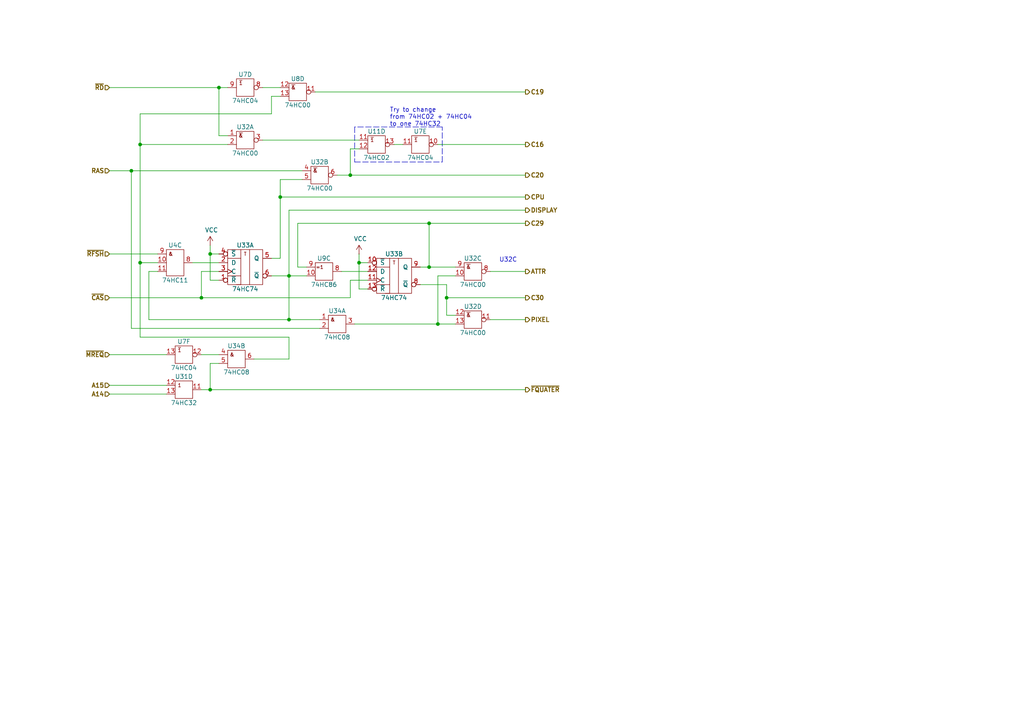
<source format=kicad_sch>
(kicad_sch (version 20231120) (generator "eeschema") (generator_version "8.0")
  (paper "A4")
  (lib_symbols
    (symbol "74IEC:74HC00" (pin_names (offset 1.016) hide)
      (property "Reference" "U" (at 0 3.81 0))
      (property "Value" "74HC00" (at 0 -3.81 0))
      (symbol "74HC00_0_0"
        (rectangle (start -2.54 -2.54) (end 2.54 2.54))
        (text "~{&}" (at -1.27 1.27 0) (effects (font (size 1 1))))
      )
      (symbol "74HC00_0_1"
        (pin power_in line (at 2.54 2.54 180) (length 0) hide (name "VCC") (number "14"))
        (pin power_in line (at 2.54 -2.54 180) (length 0) hide (name "GND") (number "7"))
      )
      (symbol "74HC00_1_1"
        (pin input line (at -5.08 1.27 0) (length 2.54) (name "A") (number "1"))
        (pin input line (at -5.08 -1.27 0) (length 2.54) (name "B") (number "2"))
        (pin output inverted (at 5.08 0 180) (length 2.54) (name "~{Y}") (number "3"))
      )
      (symbol "74HC00_2_1"
        (pin input line (at -5.08 1.27 0) (length 2.54) (name "A") (number "4"))
        (pin input line (at -5.08 -1.27 0) (length 2.54) (name "B") (number "5"))
        (pin output inverted (at 5.08 0 180) (length 2.54) (name "~{Y}") (number "6"))
      )
      (symbol "74HC00_3_1"
        (pin input line (at -5.08 -1.27 0) (length 2.54) (name "B") (number "10"))
        (pin output inverted (at 5.08 0 180) (length 2.54) (name "~{Y}") (number "8"))
        (pin input line (at -5.08 1.27 0) (length 2.54) (name "A") (number "9"))
      )
      (symbol "74HC00_4_1"
        (pin output inverted (at 5.08 0 180) (length 2.54) (name "~{Y}") (number "11"))
        (pin input line (at -5.08 1.27 0) (length 2.54) (name "A") (number "12"))
        (pin input line (at -5.08 -1.27 0) (length 2.54) (name "B") (number "13"))
      )
    )
    (symbol "74IEC:74HC02" (pin_names (offset 1.016) hide)
      (property "Reference" "U" (at 0 3.81 0))
      (property "Value" "74HC02" (at 0 -3.81 0))
      (symbol "74HC02_0_0"
        (rectangle (start -2.54 -2.54) (end 2.54 2.54))
        (text "~{1}" (at -1.27 1.27 0) (effects (font (size 1 1))))
      )
      (symbol "74HC02_0_1"
        (pin power_in line (at 2.54 2.54 180) (length 0) hide (name "VCC") (number "14"))
        (pin power_in line (at 2.54 -2.54 180) (length 0) hide (name "GND") (number "7"))
      )
      (symbol "74HC02_1_1"
        (pin output inverted (at 5.08 0 180) (length 2.54) (name "~{Y}") (number "1"))
        (pin input line (at -5.08 1.27 0) (length 2.54) (name "A") (number "2"))
        (pin input line (at -5.08 -1.27 0) (length 2.54) (name "B") (number "3"))
      )
      (symbol "74HC02_2_1"
        (pin output inverted (at 5.08 0 180) (length 2.54) (name "~{Y}") (number "4"))
        (pin input line (at -5.08 1.27 0) (length 2.54) (name "A") (number "5"))
        (pin input line (at -5.08 -1.27 0) (length 2.54) (name "B") (number "6"))
      )
      (symbol "74HC02_3_1"
        (pin output inverted (at 5.08 0 180) (length 2.54) (name "~{Y}") (number "10"))
        (pin input line (at -5.08 1.27 0) (length 2.54) (name "A") (number "8"))
        (pin input line (at -5.08 -1.27 0) (length 2.54) (name "B") (number "9"))
      )
      (symbol "74HC02_4_1"
        (pin input line (at -5.08 1.27 0) (length 2.54) (name "A") (number "11"))
        (pin input line (at -5.08 -1.27 0) (length 2.54) (name "B") (number "12"))
        (pin output inverted (at 5.08 0 180) (length 2.54) (name "~{Y}") (number "13"))
      )
    )
    (symbol "74IEC:74HC04" (pin_names (offset 1.016) hide)
      (property "Reference" "U" (at 0 5.334 0))
      (property "Value" "74HC04" (at 0 -4.826 0))
      (symbol "74HC04_0_0"
        (rectangle (start -2.54 -2.54) (end 2.54 2.54))
        (text "~{1}" (at -1.27 1.27 0) (effects (font (size 1 1))))
      )
      (symbol "74HC04_0_1"
        (pin power_in line (at 2.54 2.54 180) (length 0) hide (name "VCC") (number "14"))
        (pin power_in line (at 2.54 -2.54 180) (length 0) hide (name "GND") (number "7"))
      )
      (symbol "74HC04_1_1"
        (pin input line (at -5.08 0 0) (length 2.54) (name "A") (number "1"))
        (pin output inverted (at 5.08 0 180) (length 2.54) (name "~{Y}") (number "2"))
      )
      (symbol "74HC04_2_1"
        (pin input line (at -5.08 0 0) (length 2.54) (name "A") (number "3"))
        (pin output inverted (at 5.08 0 180) (length 2.54) (name "~{Y}") (number "4"))
      )
      (symbol "74HC04_3_1"
        (pin input line (at -5.08 0 0) (length 2.54) (name "A") (number "5"))
        (pin output inverted (at 5.08 0 180) (length 2.54) (name "~{Y}") (number "6"))
      )
      (symbol "74HC04_4_1"
        (pin output inverted (at 5.08 0 180) (length 2.54) (name "~{Y}") (number "8"))
        (pin input line (at -5.08 0 0) (length 2.54) (name "A") (number "9"))
      )
      (symbol "74HC04_5_1"
        (pin output inverted (at 5.08 0 180) (length 2.54) (name "~{Y}") (number "10"))
        (pin input line (at -5.08 0 0) (length 2.54) (name "A") (number "11"))
      )
      (symbol "74HC04_6_1"
        (pin output inverted (at 5.08 0 180) (length 2.54) (name "~{Y}") (number "12"))
        (pin input line (at -5.08 0 0) (length 2.54) (name "A") (number "13"))
      )
    )
    (symbol "74IEC:74HC08" (pin_names (offset 1.016) hide)
      (property "Reference" "U" (at 0 3.81 0))
      (property "Value" "74HC08" (at 0 -3.81 0))
      (symbol "74HC08_0_0"
        (text "&" (at -1.27 1.27 0) (effects (font (size 1 1))))
      )
      (symbol "74HC08_0_1"
        (rectangle (start -2.54 -2.54) (end 2.54 2.54))
        (pin power_in line (at 2.54 2.54 180) (length 0) hide (name "VCC") (number "14"))
        (pin power_in line (at 2.54 -2.54 180) (length 0) hide (name "GND") (number "7"))
      )
      (symbol "74HC08_1_1"
        (pin input line (at -5.08 1.27 0) (length 2.54) (name "A") (number "1"))
        (pin input line (at -5.08 -1.27 0) (length 2.54) (name "B") (number "2"))
        (pin output line (at 5.08 0 180) (length 2.54) (name "~{Y}") (number "3"))
      )
      (symbol "74HC08_2_1"
        (pin input line (at -5.08 1.27 0) (length 2.54) (name "A") (number "4"))
        (pin input line (at -5.08 -1.27 0) (length 2.54) (name "B") (number "5"))
        (pin output line (at 5.08 0 180) (length 2.54) (name "~{Y}") (number "6"))
      )
      (symbol "74HC08_3_1"
        (pin input line (at -5.08 -1.27 0) (length 2.54) (name "B") (number "10"))
        (pin output line (at 5.08 0 180) (length 2.54) (name "~{Y}") (number "8"))
        (pin input line (at -5.08 1.27 0) (length 2.54) (name "A") (number "9"))
      )
      (symbol "74HC08_4_1"
        (pin output line (at 5.08 0 180) (length 2.54) (name "~{Y}") (number "11"))
        (pin input line (at -5.08 1.27 0) (length 2.54) (name "A") (number "12"))
        (pin input line (at -5.08 -1.27 0) (length 2.54) (name "B") (number "13"))
      )
    )
    (symbol "74IEC:74HC11" (pin_names (offset 1.016) hide)
      (property "Reference" "U" (at 0 5.08 0))
      (property "Value" "74HC11" (at 0 -5.08 0))
      (symbol "74HC11_0_0"
        (rectangle (start -2.54 -3.81) (end 2.54 3.81))
        (text "&" (at -1.27 2.54 0) (effects (font (size 1 1))))
      )
      (symbol "74HC11_0_1"
        (pin power_in line (at 2.54 3.81 180) (length 0) hide (name "VCC") (number "14"))
        (pin power_in line (at 2.54 -3.81 180) (length 0) hide (name "GND") (number "7"))
      )
      (symbol "74HC11_1_1"
        (pin input line (at -5.08 2.54 0) (length 2.54) (name "A") (number "1"))
        (pin output line (at 5.08 0 180) (length 2.54) (name "Y") (number "12"))
        (pin input line (at -5.08 -2.54 0) (length 2.54) (name "C") (number "13"))
        (pin input line (at -5.08 0 0) (length 2.54) (name "B") (number "2"))
      )
      (symbol "74HC11_2_1"
        (pin input line (at -5.08 2.54 0) (length 2.54) (name "A") (number "3"))
        (pin input line (at -5.08 0 0) (length 2.54) (name "B") (number "4"))
        (pin input line (at -5.08 -2.54 0) (length 2.54) (name "C") (number "5"))
        (pin output line (at 5.08 0 180) (length 2.54) (name "Y") (number "6"))
      )
      (symbol "74HC11_3_1"
        (pin input line (at -5.08 0 0) (length 2.54) (name "B") (number "10"))
        (pin input line (at -5.08 -2.54 0) (length 2.54) (name "C") (number "11"))
        (pin output line (at 5.08 0 180) (length 2.54) (name "Y") (number "8"))
        (pin input line (at -5.08 2.54 0) (length 2.54) (name "A") (number "9"))
      )
    )
    (symbol "74IEC:74HC32" (pin_names (offset 1.016) hide)
      (property "Reference" "U" (at 0 3.81 0))
      (property "Value" "74HC32" (at 0 -3.81 0))
      (symbol "74HC32_0_0"
        (text "1" (at -1.27 1.27 0) (effects (font (size 1 1))))
      )
      (symbol "74HC32_0_1"
        (rectangle (start -2.54 -2.54) (end 2.54 2.54))
        (pin power_in line (at 2.54 2.54 180) (length 0) hide (name "VCC") (number "14"))
        (pin power_in line (at 2.54 -2.54 180) (length 0) hide (name "GND") (number "7"))
      )
      (symbol "74HC32_1_1"
        (pin input line (at -5.08 1.27 0) (length 2.54) (name "A") (number "1"))
        (pin input line (at -5.08 -1.27 0) (length 2.54) (name "B") (number "2"))
        (pin output line (at 5.08 0 180) (length 2.54) (name "Y") (number "3"))
      )
      (symbol "74HC32_2_1"
        (pin input line (at -5.08 1.27 0) (length 2.54) (name "A") (number "4"))
        (pin input line (at -5.08 -1.27 0) (length 2.54) (name "B") (number "5"))
        (pin output line (at 5.08 0 180) (length 2.54) (name "Y") (number "6"))
      )
      (symbol "74HC32_3_1"
        (pin input line (at -5.08 -1.27 0) (length 2.54) (name "B") (number "10"))
        (pin output line (at 5.08 0 180) (length 2.54) (name "Y") (number "8"))
        (pin input line (at -5.08 1.27 0) (length 2.54) (name "A") (number "9"))
      )
      (symbol "74HC32_4_1"
        (pin output line (at 5.08 0 180) (length 2.54) (name "Y") (number "11"))
        (pin input line (at -5.08 1.27 0) (length 2.54) (name "A") (number "12"))
        (pin input line (at -5.08 -1.27 0) (length 2.54) (name "B") (number "13"))
      )
    )
    (symbol "74IEC:74HC74" (pin_names (offset 1.016))
      (property "Reference" "U" (at 0 6.35 0))
      (property "Value" "74HC74" (at 0 -6.35 0))
      (symbol "74HC74_0_0"
        (rectangle (start -5.08 5.08) (end 5.08 -5.08))
        (polyline (pts (xy -5.08 -2.54) (xy -1.27 -2.54)))
        (polyline (pts (xy -5.08 2.54) (xy -1.27 2.54)))
        (polyline (pts (xy 1.27 5.08) (xy 1.27 -5.08)))
        (polyline (pts (xy -2.54 -5.08) (xy -1.27 -5.08) (xy -1.27 5.08)))
        (text "T" (at 0 3.81 0) (effects (font (size 1 1))))
      )
      (symbol "74HC74_0_1"
        (pin power_in line (at 5.08 5.08 180) (length 0) hide (name "VCC") (number "14"))
        (pin power_in line (at 5.08 -5.08 180) (length 0) hide (name "GND") (number "7"))
      )
      (symbol "74HC74_1_1"
        (pin input inverted (at -7.62 -3.81 0) (length 2.54) (name "~{R}") (number "1"))
        (pin input line (at -7.62 1.27 0) (length 2.54) (name "D") (number "2"))
        (pin input clock (at -7.62 -1.27 0) (length 2.54) (name "C") (number "3"))
        (pin input inverted (at -7.62 3.81 0) (length 2.54) (name "~{S}") (number "4"))
        (pin output line (at 7.62 2.54 180) (length 2.54) (name "Q") (number "5"))
        (pin output inverted (at 7.62 -2.54 180) (length 2.54) (name "~{Q}") (number "6"))
      )
      (symbol "74HC74_2_1"
        (pin input inverted (at -7.62 3.81 0) (length 2.54) (name "~{S}") (number "10"))
        (pin input clock (at -7.62 -1.27 0) (length 2.54) (name "C") (number "11"))
        (pin input line (at -7.62 1.27 0) (length 2.54) (name "D") (number "12"))
        (pin input inverted (at -7.62 -3.81 0) (length 2.54) (name "~{R}") (number "13"))
        (pin output inverted (at 7.62 -2.54 180) (length 2.54) (name "~{Q}") (number "8"))
        (pin output line (at 7.62 2.54 180) (length 2.54) (name "Q") (number "9"))
      )
    )
    (symbol "74IEC:74HC86" (pin_names (offset 1.016) hide)
      (property "Reference" "U" (at 0 3.81 0))
      (property "Value" "74HC86" (at 0 -3.81 0))
      (symbol "74HC86_0_0"
        (text "=1" (at -1.27 1.27 0) (effects (font (size 1 1))))
      )
      (symbol "74HC86_0_1"
        (rectangle (start -2.54 -2.54) (end 2.54 2.54))
        (pin power_in line (at 2.54 2.54 180) (length 0) hide (name "VCC") (number "14"))
        (pin power_in line (at 2.54 -2.54 180) (length 0) hide (name "GND") (number "7"))
      )
      (symbol "74HC86_1_1"
        (pin input line (at -5.08 1.27 0) (length 2.54) (name "A") (number "1"))
        (pin input line (at -5.08 -1.27 0) (length 2.54) (name "B") (number "2"))
        (pin output line (at 5.08 0 180) (length 2.54) (name "Y") (number "3"))
      )
      (symbol "74HC86_2_1"
        (pin input line (at -5.08 1.27 0) (length 2.54) (name "A") (number "4"))
        (pin input line (at -5.08 -1.27 0) (length 2.54) (name "B") (number "5"))
        (pin output line (at 5.08 0 180) (length 2.54) (name "Y") (number "6"))
      )
      (symbol "74HC86_3_1"
        (pin input line (at -5.08 -1.27 0) (length 2.54) (name "B") (number "10"))
        (pin output line (at 5.08 0 180) (length 2.54) (name "Y") (number "8"))
        (pin input line (at -5.08 1.27 0) (length 2.54) (name "A") (number "9"))
      )
      (symbol "74HC86_4_1"
        (pin output line (at 5.08 0 180) (length 2.54) (name "Y") (number "11"))
        (pin input line (at -5.08 1.27 0) (length 2.54) (name "A") (number "12"))
        (pin input line (at -5.08 -1.27 0) (length 2.54) (name "B") (number "13"))
      )
    )
    (symbol "power:VCC" (power) (pin_numbers hide) (pin_names (offset 0) hide)
      (property "Value" "VCC" (at 0 3.556 0))
      (symbol "VCC_0_1"
        (polyline (pts (xy -0.762 1.27) (xy 0 2.54)))
        (polyline (pts (xy 0 0) (xy 0 2.54)))
        (polyline (pts (xy 0 2.54) (xy 0.762 1.27)))
      )
      (symbol "VCC_1_1"
        (pin power_in line (at 0 0 90) (length 0) (name "~") (number "1"))
      )
    )
  )
  (junction (at 81.28 57.15))
  (junction (at 83.82 92.71))
  (junction (at 60.96 113.03))
  (junction (at 124.46 64.77))
  (junction (at 127 93.98))
  (junction (at 63.5 25.4))
  (junction (at 38.1 49.53))
  (junction (at 83.82 80.01))
  (junction (at 104.14 76.2))
  (junction (at 40.64 41.91))
  (junction (at 40.64 76.2))
  (junction (at 58.42 86.36))
  (junction (at 60.96 73.66))
  (junction (at 124.46 77.47))
  (junction (at 101.6 50.8))
  (junction (at 129.54 86.36))
  (wire (pts (xy 58.42 86.36) (xy 101.6 86.36)))
  (wire (pts (xy 91.44 26.67) (xy 152.4 26.67)))
  (wire (pts (xy 114.3 41.91) (xy 116.84 41.91)))
  (wire (pts (xy 60.96 73.66) (xy 63.5 73.66)))
  (wire (pts (xy 121.92 77.47) (xy 124.46 77.47)))
  (wire (pts (xy 127 80.01) (xy 127 93.98)))
  (wire (pts (xy 92.71 95.25) (xy 38.1 95.25)))
  (wire (pts (xy 101.6 81.28) (xy 101.6 86.36)))
  (wire (pts (xy 104.14 73.66) (xy 104.14 76.2)))
  (wire (pts (xy 40.64 41.91) (xy 66.04 41.91)))
  (wire (pts (xy 40.64 33.02) (xy 40.64 41.91)))
  (wire (pts (xy 43.18 92.71) (xy 43.18 78.74)))
  (wire (pts (xy 55.88 76.2) (xy 63.5 76.2)))
  (wire (pts (xy 104.14 43.18) (xy 101.6 43.18)))
  (wire (pts (xy 124.46 64.77) (xy 124.46 77.47)))
  (wire (pts (xy 48.26 102.87) (xy 31.75 102.87)))
  (wire (pts (xy 81.28 52.07) (xy 81.28 57.15)))
  (wire (pts (xy 83.82 80.01) (xy 83.82 60.96)))
  (wire (pts (xy 60.96 113.03) (xy 60.96 105.41)))
  (wire (pts (xy 38.1 49.53) (xy 31.75 49.53)))
  (wire (pts (xy 40.64 97.79) (xy 83.82 97.79)))
  (wire (pts (xy 31.75 25.4) (xy 63.5 25.4)))
  (wire (pts (xy 87.63 49.53) (xy 38.1 49.53)))
  (wire (pts (xy 40.64 76.2) (xy 40.64 97.79)))
  (wire (pts (xy 48.26 114.3) (xy 31.75 114.3)))
  (wire (pts (xy 121.92 82.55) (xy 129.54 82.55)))
  (wire (pts (xy 63.5 78.74) (xy 58.42 78.74)))
  (wire (pts (xy 78.74 80.01) (xy 83.82 80.01)))
  (wire (pts (xy 132.08 80.01) (xy 127 80.01)))
  (wire (pts (xy 38.1 95.25) (xy 38.1 49.53)))
  (polyline (pts (xy 128.27 46.99) (xy 128.27 36.83)) (stroke (width 0) (type dash)))
  (wire (pts (xy 83.82 92.71) (xy 92.71 92.71)))
  (wire (pts (xy 76.2 40.64) (xy 104.14 40.64)))
  (wire (pts (xy 106.68 81.28) (xy 101.6 81.28)))
  (wire (pts (xy 83.82 80.01) (xy 83.82 92.71)))
  (wire (pts (xy 104.14 83.82) (xy 104.14 76.2)))
  (wire (pts (xy 104.14 76.2) (xy 106.68 76.2)))
  (wire (pts (xy 127 93.98) (xy 132.08 93.98)))
  (wire (pts (xy 142.24 92.71) (xy 152.4 92.71)))
  (wire (pts (xy 76.2 25.4) (xy 81.28 25.4)))
  (wire (pts (xy 127 41.91) (xy 152.4 41.91)))
  (wire (pts (xy 63.5 25.4) (xy 66.04 25.4)))
  (wire (pts (xy 101.6 43.18) (xy 101.6 50.8)))
  (wire (pts (xy 60.96 105.41) (xy 63.5 105.41)))
  (wire (pts (xy 83.82 97.79) (xy 83.82 104.14)))
  (wire (pts (xy 88.9 77.47) (xy 86.36 77.47)))
  (wire (pts (xy 101.6 50.8) (xy 152.4 50.8)))
  (wire (pts (xy 152.4 64.77) (xy 124.46 64.77)))
  (polyline (pts (xy 102.87 46.99) (xy 128.27 46.99)) (stroke (width 0) (type dash)))
  (wire (pts (xy 86.36 64.77) (xy 124.46 64.77)))
  (wire (pts (xy 86.36 77.47) (xy 86.36 64.77)))
  (wire (pts (xy 88.9 80.01) (xy 83.82 80.01)))
  (polyline (pts (xy 128.27 36.83) (xy 102.87 36.83)) (stroke (width 0) (type dash)))
  (wire (pts (xy 45.72 76.2) (xy 40.64 76.2)))
  (wire (pts (xy 63.5 81.28) (xy 60.96 81.28)))
  (wire (pts (xy 78.74 33.02) (xy 40.64 33.02)))
  (polyline (pts (xy 102.87 36.83) (xy 102.87 46.99)) (stroke (width 0) (type dash)))
  (wire (pts (xy 60.96 113.03) (xy 58.42 113.03)))
  (wire (pts (xy 63.5 39.37) (xy 63.5 25.4)))
  (wire (pts (xy 124.46 77.47) (xy 132.08 77.47)))
  (wire (pts (xy 142.24 78.74) (xy 152.4 78.74)))
  (wire (pts (xy 58.42 102.87) (xy 63.5 102.87)))
  (wire (pts (xy 83.82 104.14) (xy 73.66 104.14)))
  (wire (pts (xy 106.68 83.82) (xy 104.14 83.82)))
  (wire (pts (xy 45.72 73.66) (xy 31.75 73.66)))
  (wire (pts (xy 60.96 71.12) (xy 60.96 73.66)))
  (wire (pts (xy 43.18 78.74) (xy 45.72 78.74)))
  (wire (pts (xy 58.42 78.74) (xy 58.42 86.36)))
  (wire (pts (xy 78.74 27.94) (xy 78.74 33.02)))
  (wire (pts (xy 99.06 78.74) (xy 106.68 78.74)))
  (wire (pts (xy 66.04 39.37) (xy 63.5 39.37)))
  (wire (pts (xy 152.4 113.03) (xy 60.96 113.03)))
  (wire (pts (xy 97.79 50.8) (xy 101.6 50.8)))
  (wire (pts (xy 152.4 57.15) (xy 81.28 57.15)))
  (wire (pts (xy 78.74 74.93) (xy 81.28 74.93)))
  (wire (pts (xy 102.87 93.98) (xy 127 93.98)))
  (wire (pts (xy 43.18 92.71) (xy 83.82 92.71)))
  (wire (pts (xy 60.96 81.28) (xy 60.96 73.66)))
  (wire (pts (xy 31.75 86.36) (xy 58.42 86.36)))
  (wire (pts (xy 129.54 91.44) (xy 132.08 91.44)))
  (wire (pts (xy 129.54 86.36) (xy 129.54 91.44)))
  (wire (pts (xy 129.54 86.36) (xy 152.4 86.36)))
  (wire (pts (xy 48.26 111.76) (xy 31.75 111.76)))
  (wire (pts (xy 81.28 57.15) (xy 81.28 74.93)))
  (wire (pts (xy 129.54 82.55) (xy 129.54 86.36)))
  (wire (pts (xy 87.63 52.07) (xy 81.28 52.07)))
  (wire (pts (xy 40.64 41.91) (xy 40.64 76.2)))
  (wire (pts (xy 81.28 27.94) (xy 78.74 27.94)))
  (wire (pts (xy 83.82 60.96) (xy 152.4 60.96)))
  (text "U32C\n" (at 144.78 76.2 0) (effects (font (size 1.27 1.27)) (justify left bottom)))
  (text "Try to change\nfrom 74HC02 + 74HC04\nto one 74HC32\n" (at 113.03 36.83 0) (effects (font (size 1.27 1.27)) (justify left bottom)))
  (hierarchical_label "~{CAS}" (shape input) (at 31.75 86.36 180) (effects (font (thickness 0.254) (bold yes))))
  (hierarchical_label "A14" (shape input) (at 31.75 114.3 180) (effects (font (thickness 0.254) (bold yes))))
  (hierarchical_label "~{RD}" (shape input) (at 31.75 25.4 180) (effects (font (thickness 0.254) (bold yes))))
  (hierarchical_label "CPU" (shape output) (at 152.4 57.15 0) (effects (font (thickness 0.254) (bold yes))))
  (hierarchical_label "C16" (shape output) (at 152.4 41.91 0) (effects (font (thickness 0.254) (bold yes))))
  (hierarchical_label "~{MREQ}" (shape input) (at 31.75 102.87 180) (effects (font (thickness 0.254) (bold yes))))
  (hierarchical_label "C29" (shape output) (at 152.4 64.77 0) (effects (font (thickness 0.254) (bold yes))))
  (hierarchical_label "~{RFSH}" (shape input) (at 31.75 73.66 180) (effects (font (thickness 0.254) (bold yes))))
  (hierarchical_label "C30" (shape output) (at 152.4 86.36 0) (effects (font (thickness 0.254) (bold yes))))
  (hierarchical_label "~{FQUATER}" (shape output) (at 152.4 113.03 0) (effects (font (thickness 0.254) (bold yes))))
  (hierarchical_label "A15" (shape input) (at 31.75 111.76 180) (effects (font (thickness 0.254) (bold yes))))
  (hierarchical_label "ATTR" (shape output) (at 152.4 78.74 0) (effects (font (thickness 0.254) (bold yes))))
  (hierarchical_label "DISPLAY" (shape output) (at 152.4 60.96 0) (effects (font (thickness 0.254) (bold yes))))
  (hierarchical_label "C20" (shape output) (at 152.4 50.8 0) (effects (font (thickness 0.254) (bold yes))))
  (hierarchical_label "PIXEL" (shape output) (at 152.4 92.71 0) (effects (font (thickness 0.254) (bold yes))))
  (hierarchical_label "C19" (shape output) (at 152.4 26.67 0) (effects (font (thickness 0.254) (bold yes))))
  (hierarchical_label "RAS" (shape input) (at 31.75 49.53 180) (effects (font (thickness 0.254) (bold yes))))
  (symbol (lib_id "74IEC:74HC04") (at 121.92 41.91 0) (unit 5)
    (property "Reference" "U7" (at 121.92 38.1 0))
    (property "Value" "74HC04" (at 121.92 45.72 0))
    (property "Footprint" "Package_DIP:DIP-14_W7.62mm" (effects (hide yes)))
    (property "Datasheet" "https://www.ti.com/lit/ug/scyd013b/scyd013b.pdf" (effects (hide yes)))
    (property "Description" "Hex Inverters" (effects (hide yes)))
  )
  (symbol (lib_id "74IEC:74HC04") (at 53.34 102.87 0) (unit 6)
    (property "Reference" "U7" (at 53.34 99.06 0))
    (property "Value" "74HC04" (at 53.34 106.68 0))
    (property "Footprint" "Package_DIP:DIP-14_W7.62mm" (effects (hide yes)))
    (property "Datasheet" "https://www.ti.com/lit/ug/scyd013b/scyd013b.pdf" (effects (hide yes)))
    (property "Description" "Hex Inverters" (effects (hide yes)))
  )
  (symbol (lib_id "74IEC:74HC00") (at 71.12 40.64 0) (unit 1)
    (property "Reference" "U32" (at 71.12 36.83 0))
    (property "Value" "74HC00" (at 71.12 44.45 0))
    (property "Footprint" "Package_DIP:DIP-14_W7.62mm" (effects (hide yes)))
    (property "Datasheet" "https://www.ti.com/lit/ug/scyd013b/scyd013b.pdf" (effects (hide yes)))
    (property "Description" "Quadruple 2-Input Positive-NAND Gates" (effects (hide yes)))
  )
  (symbol (lib_id "74IEC:74HC00") (at 86.36 26.67 0) (unit 4)
    (property "Reference" "U8" (at 86.36 22.86 0))
    (property "Value" "74HC00" (at 86.36 30.48 0))
    (property "Footprint" "Package_DIP:DIP-14_W7.62mm" (effects (hide yes)))
    (property "Datasheet" "https://www.ti.com/lit/ug/scyd013b/scyd013b.pdf" (effects (hide yes)))
    (property "Description" "Quadruple 2-Input Positive-NAND Gates" (effects (hide yes)))
  )
  (symbol (lib_id "74IEC:74HC00") (at 137.16 92.71 0) (unit 4)
    (property "Reference" "U32" (at 137.16 88.9 0))
    (property "Value" "74HC00" (at 137.16 96.52 0))
    (property "Footprint" "Package_DIP:DIP-14_W7.62mm" (effects (hide yes)))
    (property "Datasheet" "https://www.ti.com/lit/ug/scyd013b/scyd013b.pdf" (effects (hide yes)))
    (property "Description" "Quadruple 2-Input Positive-NAND Gates" (effects (hide yes)))
  )
  (symbol (lib_id "74IEC:74HC00") (at 92.71 50.8 0) (unit 2)
    (property "Reference" "U32" (at 92.71 46.99 0))
    (property "Value" "74HC00" (at 92.71 54.61 0))
    (property "Footprint" "Package_DIP:DIP-14_W7.62mm" (effects (hide yes)))
    (property "Datasheet" "https://www.ti.com/lit/ug/scyd013b/scyd013b.pdf" (effects (hide yes)))
    (property "Description" "Quadruple 2-Input Positive-NAND Gates" (effects (hide yes)))
  )
  (symbol (lib_id "74IEC:74HC00") (at 137.16 78.74 0) (unit 3)
    (property "Reference" "U32" (at 137.16 74.93 0))
    (property "Value" "74HC00" (at 137.16 82.55 0))
    (property "Footprint" "Package_DIP:DIP-14_W7.62mm" (effects (hide yes)))
    (property "Datasheet" "https://www.ti.com/lit/ug/scyd013b/scyd013b.pdf" (effects (hide yes)))
    (property "Description" "Quadruple 2-Input Positive-NAND Gates" (effects (hide yes)))
  )
  (symbol (lib_id "74IEC:74HC02") (at 109.22 41.91 0) (unit 4)
    (property "Reference" "U11" (at 109.22 38.1 0))
    (property "Value" "74HC02" (at 109.22 45.72 0))
    (property "Footprint" "Package_DIP:DIP-14_W7.62mm" (effects (hide yes)))
    (property "Datasheet" "https://www.ti.com/lit/ug/scyd013b/scyd013b.pdf" (effects (hide yes)))
    (property "Description" "Quadruple 2-Input Positive-NOR Gates" (effects (hide yes)))
  )
  (symbol (lib_id "74IEC:74HC08") (at 68.58 104.14 0) (unit 2)
    (property "Reference" "U34" (at 68.58 100.33 0))
    (property "Value" "74HC08" (at 68.58 107.95 0))
    (property "Footprint" "Package_DIP:DIP-14_W7.62mm" (effects (hide yes)))
    (property "Datasheet" "https://www.ti.com/lit/ug/scyd013b/scyd013b.pdf" (effects (hide yes)))
    (property "Description" "Quadruple 2-Input Positive-AND Gates" (effects (hide yes)))
  )
  (symbol (lib_id "74IEC:74HC08") (at 97.79 93.98 0) (unit 1)
    (property "Reference" "U34" (at 97.79 90.17 0))
    (property "Value" "74HC08" (at 97.79 97.79 0))
    (property "Footprint" "Package_DIP:DIP-14_W7.62mm" (effects (hide yes)))
    (property "Datasheet" "https://www.ti.com/lit/ug/scyd013b/scyd013b.pdf" (effects (hide yes)))
    (property "Description" "Quadruple 2-Input Positive-AND Gates" (effects (hide yes)))
  )
  (symbol (lib_id "74IEC:74HC04") (at 71.12 25.4 0) (unit 4)
    (property "Reference" "U7" (at 71.12 21.59 0))
    (property "Value" "74HC04" (at 71.12 29.21 0))
    (property "Footprint" "Package_DIP:DIP-14_W7.62mm" (effects (hide yes)))
    (property "Datasheet" "https://www.ti.com/lit/ug/scyd013b/scyd013b.pdf" (effects (hide yes)))
    (property "Description" "Hex Inverters" (effects (hide yes)))
  )
  (symbol (lib_id "74IEC:74HC86") (at 93.98 78.74 0) (unit 3)
    (property "Reference" "U9" (at 93.98 74.93 0))
    (property "Value" "74HC86" (at 93.98 82.55 0))
    (property "Footprint" "Package_DIP:DIP-14_W7.62mm" (effects (hide yes)))
    (property "Datasheet" "https://www.ti.com/lit/ug/scyd013b/scyd013b.pdf" (effects (hide yes)))
    (property "Description" "Quadruple 2-Input Exclusive-OR Gates" (effects (hide yes)))
  )
  (symbol (lib_id "74IEC:74HC11") (at 50.8 76.2 0) (unit 3)
    (property "Reference" "U4" (at 50.8 71.12 0))
    (property "Value" "74HC11" (at 50.8 81.28 0))
    (property "Footprint" "Package_DIP:DIP-14_W7.62mm" (effects (hide yes)))
    (property "Datasheet" "https://www.ti.com/lit/ug/scyd013b/scyd013b.pdf" (effects (hide yes)))
    (property "Description" "Triple 3-Input Positive-AND Gates" (effects (hide yes)))
  )
  (symbol (lib_id "74IEC:74HC32") (at 53.34 113.03 0) (unit 4)
    (property "Reference" "U31" (at 53.34 109.22 0))
    (property "Value" "74HC32" (at 53.34 116.84 0))
    (property "Footprint" "Package_DIP:DIP-14_W7.62mm" (effects (hide yes)))
    (property "Datasheet" "https://www.ti.com/lit/ug/scyd013b/scyd013b.pdf" (effects (hide yes)))
    (property "Description" "Quadruple 2-Input Positive-OR Gates" (effects (hide yes)))
  )
  (symbol (lib_id "power:VCC") (at 60.96 71.12 0) (unit 1)
    (property "Reference" "#PWR057" (effects (hide yes)))
    (property "Value" "VCC" (at 61.341 66.7258 0))
    (property "Description" "Power symbol creates a global label with name \"VCC\"" (effects (hide yes)))
  )
  (symbol (lib_id "power:VCC") (at 104.14 73.66 0) (unit 1)
    (property "Reference" "#PWR058" (effects (hide yes)))
    (property "Value" "VCC" (at 104.521 69.2658 0))
    (property "Description" "Power symbol creates a global label with name \"VCC\"" (effects (hide yes)))
  )
  (symbol (lib_id "74IEC:74HC74") (at 71.12 77.47 0) (unit 1)
    (property "Reference" "U33" (at 71.12 71.12 0))
    (property "Value" "74HC74" (at 71.12 83.82 0))
    (property "Footprint" "Package_DIP:DIP-14_W7.62mm" (effects (hide yes)))
    (property "Datasheet" "https://www.ti.com/lit/ug/scyd013b/scyd013b.pdf" (effects (hide yes)))
    (property "Description" "Dual D-Type Positive-Edge-Triggered Flip-Flops With Clear And Preset" (effects (hide yes)))
  )
  (symbol (lib_id "74IEC:74HC74") (at 114.3 80.01 0) (unit 2)
    (property "Reference" "U33" (at 114.3 73.66 0))
    (property "Value" "74HC74" (at 114.3 86.36 0))
    (property "Footprint" "Package_DIP:DIP-14_W7.62mm" (effects (hide yes)))
    (property "Datasheet" "https://www.ti.com/lit/ug/scyd013b/scyd013b.pdf" (effects (hide yes)))
    (property "Description" "Dual D-Type Positive-Edge-Triggered Flip-Flops With Clear And Preset" (effects (hide yes)))
  )
)
</source>
